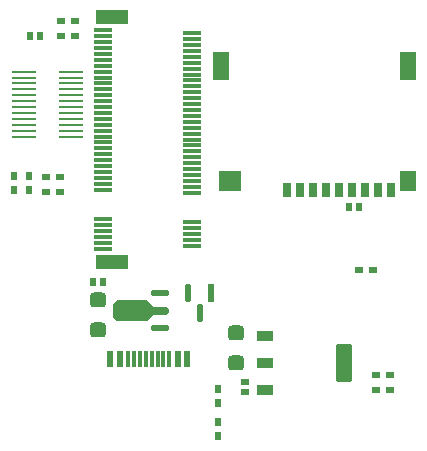
<source format=gtp>
G04*
G04 #@! TF.GenerationSoftware,Altium Limited,Altium Designer,22.7.1 (60)*
G04*
G04 Layer_Color=8421504*
%FSLAX44Y44*%
%MOMM*%
G71*
G04*
G04 #@! TF.SameCoordinates,399D53DA-D0CF-47AF-BF50-1C372DBEC2BB*
G04*
G04*
G04 #@! TF.FilePolarity,Positive*
G04*
G01*
G75*
G04:AMPARAMS|DCode=20|XSize=1.27mm|YSize=1.3716mm|CornerRadius=0.3175mm|HoleSize=0mm|Usage=FLASHONLY|Rotation=270.000|XOffset=0mm|YOffset=0mm|HoleType=Round|Shape=RoundedRectangle|*
%AMROUNDEDRECTD20*
21,1,1.2700,0.7366,0,0,270.0*
21,1,0.6350,1.3716,0,0,270.0*
1,1,0.6350,-0.3683,-0.3175*
1,1,0.6350,-0.3683,0.3175*
1,1,0.6350,0.3683,0.3175*
1,1,0.6350,0.3683,-0.3175*
%
%ADD20ROUNDEDRECTD20*%
G04:AMPARAMS|DCode=21|XSize=0.93mm|YSize=1.31mm|CornerRadius=0.0698mm|HoleSize=0mm|Usage=FLASHONLY|Rotation=270.000|XOffset=0mm|YOffset=0mm|HoleType=Round|Shape=RoundedRectangle|*
%AMROUNDEDRECTD21*
21,1,0.9300,1.1705,0,0,270.0*
21,1,0.7905,1.3100,0,0,270.0*
1,1,0.1395,-0.5853,-0.3953*
1,1,0.1395,-0.5853,0.3953*
1,1,0.1395,0.5853,0.3953*
1,1,0.1395,0.5853,-0.3953*
%
%ADD21ROUNDEDRECTD21*%
G04:AMPARAMS|DCode=22|XSize=3.24mm|YSize=1.31mm|CornerRadius=0.0983mm|HoleSize=0mm|Usage=FLASHONLY|Rotation=270.000|XOffset=0mm|YOffset=0mm|HoleType=Round|Shape=RoundedRectangle|*
%AMROUNDEDRECTD22*
21,1,3.2400,1.1135,0,0,270.0*
21,1,3.0435,1.3100,0,0,270.0*
1,1,0.1965,-0.5568,-1.5218*
1,1,0.1965,-0.5568,1.5218*
1,1,0.1965,0.5568,1.5218*
1,1,0.1965,0.5568,-1.5218*
%
%ADD22ROUNDEDRECTD22*%
%ADD23R,0.6000X1.4500*%
%ADD24R,0.3000X1.4500*%
%ADD25R,2.0000X0.2500*%
%ADD26R,1.5500X0.3000*%
G04:AMPARAMS|DCode=27|XSize=0.5588mm|YSize=1.524mm|CornerRadius=0.1397mm|HoleSize=0mm|Usage=FLASHONLY|Rotation=270.000|XOffset=0mm|YOffset=0mm|HoleType=Round|Shape=RoundedRectangle|*
%AMROUNDEDRECTD27*
21,1,0.5588,1.2446,0,0,270.0*
21,1,0.2794,1.5240,0,0,270.0*
1,1,0.2794,-0.6223,-0.1397*
1,1,0.2794,-0.6223,0.1397*
1,1,0.2794,0.6223,0.1397*
1,1,0.2794,0.6223,-0.1397*
%
%ADD27ROUNDEDRECTD27*%
G04:AMPARAMS|DCode=28|XSize=0.6096mm|YSize=1.524mm|CornerRadius=0.1524mm|HoleSize=0mm|Usage=FLASHONLY|Rotation=270.000|XOffset=0mm|YOffset=0mm|HoleType=Round|Shape=RoundedRectangle|*
%AMROUNDEDRECTD28*
21,1,0.6096,1.2192,0,0,270.0*
21,1,0.3048,1.5240,0,0,270.0*
1,1,0.3048,-0.6096,-0.1524*
1,1,0.3048,-0.6096,0.1524*
1,1,0.3048,0.6096,0.1524*
1,1,0.3048,0.6096,-0.1524*
%
%ADD28ROUNDEDRECTD28*%
%ADD29R,0.7000X1.3000*%
%ADD30R,1.4478X1.6510*%
%ADD31R,1.4478X2.4384*%
%ADD32R,1.8542X1.6510*%
%ADD33R,2.7500X1.2000*%
G04:AMPARAMS|DCode=34|XSize=1.5744mm|YSize=0.5758mm|CornerRadius=0.2879mm|HoleSize=0mm|Usage=FLASHONLY|Rotation=270.000|XOffset=0mm|YOffset=0mm|HoleType=Round|Shape=RoundedRectangle|*
%AMROUNDEDRECTD34*
21,1,1.5744,0.0000,0,0,270.0*
21,1,0.9985,0.5758,0,0,270.0*
1,1,0.5758,0.0000,-0.4993*
1,1,0.5758,0.0000,0.4993*
1,1,0.5758,0.0000,0.4993*
1,1,0.5758,0.0000,-0.4993*
%
%ADD34ROUNDEDRECTD34*%
%ADD35R,0.5758X1.5744*%
%ADD36R,0.7500X0.6000*%
%ADD37R,0.6400X0.6000*%
%ADD38R,0.6000X0.6400*%
%ADD39R,0.6000X0.7500*%
G36*
X127000Y123189D02*
X126999Y118109D01*
X120650Y111760D01*
X95250Y111759D01*
X91439Y115570D01*
X91440Y125730D01*
X95250Y129540D01*
X120651Y129541D01*
X127000Y123189D01*
D02*
G37*
D20*
X195580Y76200D02*
D03*
Y101600D02*
D03*
X78740Y129540D02*
D03*
Y104140D02*
D03*
D21*
X220550Y99100D02*
D03*
Y76200D02*
D03*
Y53300D02*
D03*
D22*
X287450Y76200D02*
D03*
D23*
X154420Y79700D02*
D03*
X146420D02*
D03*
X97420D02*
D03*
X89420D02*
D03*
D24*
X139420D02*
D03*
X134420D02*
D03*
X129420D02*
D03*
X124420D02*
D03*
X104420D02*
D03*
X109420D02*
D03*
X114420D02*
D03*
X119420D02*
D03*
D25*
X56322Y322902D02*
D03*
Y317902D02*
D03*
Y312902D02*
D03*
Y307902D02*
D03*
Y302902D02*
D03*
Y297902D02*
D03*
Y292902D02*
D03*
Y287902D02*
D03*
Y282902D02*
D03*
Y277902D02*
D03*
Y272902D02*
D03*
X16322Y322902D02*
D03*
Y317902D02*
D03*
Y312902D02*
D03*
Y307902D02*
D03*
Y302902D02*
D03*
Y297902D02*
D03*
Y292902D02*
D03*
Y287902D02*
D03*
Y282902D02*
D03*
Y277902D02*
D03*
Y272902D02*
D03*
Y267902D02*
D03*
X56322Y267902D02*
D03*
D26*
X83140Y172930D02*
D03*
X158640Y175430D02*
D03*
X83140Y177930D02*
D03*
X158640Y180430D02*
D03*
X83140Y182930D02*
D03*
X158640Y185430D02*
D03*
X83140Y187930D02*
D03*
X158640Y190430D02*
D03*
X83140Y192930D02*
D03*
X158640Y195430D02*
D03*
X83140Y197930D02*
D03*
X158640Y220430D02*
D03*
X83140Y222930D02*
D03*
X158640Y225430D02*
D03*
X83140Y227930D02*
D03*
X158640Y230430D02*
D03*
X83140Y232930D02*
D03*
X158640Y235430D02*
D03*
X83140Y237930D02*
D03*
X158640Y240430D02*
D03*
X83140Y242930D02*
D03*
X158640Y245430D02*
D03*
X83140Y247930D02*
D03*
X158640Y250430D02*
D03*
X83140Y252930D02*
D03*
X158640Y255430D02*
D03*
X83140Y257930D02*
D03*
X158640Y260430D02*
D03*
X83140Y262930D02*
D03*
X158640Y265430D02*
D03*
X83140Y267930D02*
D03*
X158640Y270430D02*
D03*
X83140Y272930D02*
D03*
X158640Y275430D02*
D03*
X83140Y277930D02*
D03*
X158640Y280430D02*
D03*
X83140Y282930D02*
D03*
X158640Y285430D02*
D03*
X83140Y287930D02*
D03*
X158640Y290430D02*
D03*
X83140Y292930D02*
D03*
X158640Y295430D02*
D03*
X83140Y297930D02*
D03*
X158640Y300430D02*
D03*
X83140Y302930D02*
D03*
X158640Y305430D02*
D03*
X83140Y307930D02*
D03*
X158640Y310430D02*
D03*
X83140Y312930D02*
D03*
X158640Y315430D02*
D03*
X83140Y317930D02*
D03*
X158640Y320430D02*
D03*
X83140Y322930D02*
D03*
X158640Y325430D02*
D03*
X83140Y327930D02*
D03*
X158640Y330430D02*
D03*
X83140Y332930D02*
D03*
X158640Y335430D02*
D03*
X83140Y337930D02*
D03*
X158640Y340430D02*
D03*
X83140Y342930D02*
D03*
X158640Y345430D02*
D03*
X83140Y347930D02*
D03*
Y352930D02*
D03*
X158640Y355430D02*
D03*
X83140Y357930D02*
D03*
X158640Y350430D02*
D03*
D27*
X131826Y135650D02*
D03*
Y105650D02*
D03*
D28*
Y120650D02*
D03*
D29*
X239322Y222902D02*
D03*
X250322D02*
D03*
X261322D02*
D03*
X272322D02*
D03*
X283322D02*
D03*
X294322D02*
D03*
X305322D02*
D03*
X316322D02*
D03*
X327322D02*
D03*
D30*
X341506Y230640D02*
D03*
D31*
Y327640D02*
D03*
X183258D02*
D03*
D32*
X191008Y230640D02*
D03*
D33*
X90890Y368930D02*
D03*
Y161930D02*
D03*
D34*
X165100Y118149D02*
D03*
X155600Y135851D02*
D03*
D35*
X174600D02*
D03*
D36*
X47590Y353060D02*
D03*
X59090D02*
D03*
X47590Y365760D02*
D03*
X59090D02*
D03*
X325790Y66040D02*
D03*
X314290D02*
D03*
X325790Y53340D02*
D03*
X314290D02*
D03*
X300320Y154940D02*
D03*
X311820D02*
D03*
X34890Y220980D02*
D03*
X46390D02*
D03*
X34890Y233680D02*
D03*
X46390D02*
D03*
D37*
X203200Y51480D02*
D03*
Y60280D02*
D03*
D38*
X74340Y144780D02*
D03*
X83140D02*
D03*
X29800Y353060D02*
D03*
X21000D02*
D03*
X300310Y208280D02*
D03*
X291510D02*
D03*
D39*
X7620Y222850D02*
D03*
Y234350D02*
D03*
X20320Y222850D02*
D03*
Y234350D02*
D03*
X180340Y42510D02*
D03*
Y54010D02*
D03*
Y14570D02*
D03*
Y26070D02*
D03*
M02*

</source>
